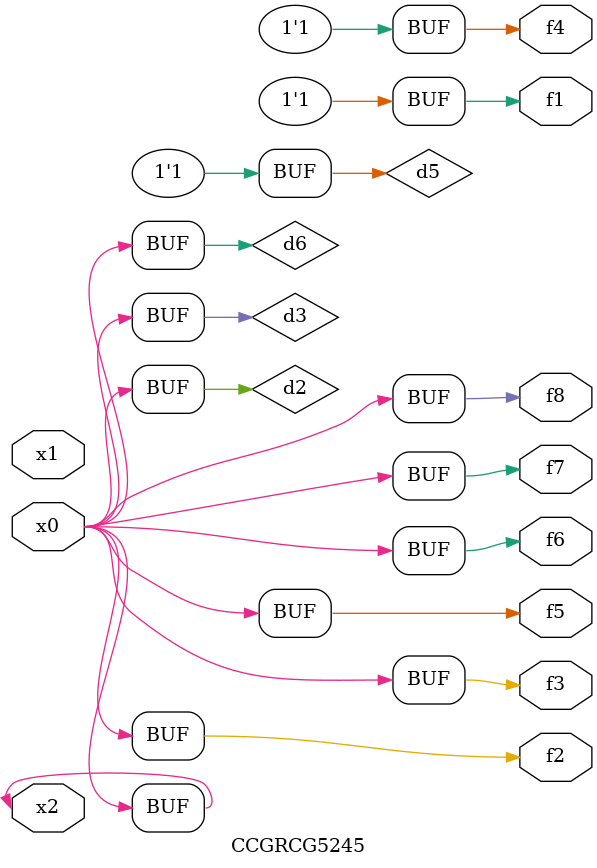
<source format=v>
module CCGRCG5245(
	input x0, x1, x2,
	output f1, f2, f3, f4, f5, f6, f7, f8
);

	wire d1, d2, d3, d4, d5, d6;

	xnor (d1, x2);
	buf (d2, x0, x2);
	and (d3, x0);
	xnor (d4, x1, x2);
	nand (d5, d1, d3);
	buf (d6, d2, d3);
	assign f1 = d5;
	assign f2 = d6;
	assign f3 = d6;
	assign f4 = d5;
	assign f5 = d6;
	assign f6 = d6;
	assign f7 = d6;
	assign f8 = d6;
endmodule

</source>
